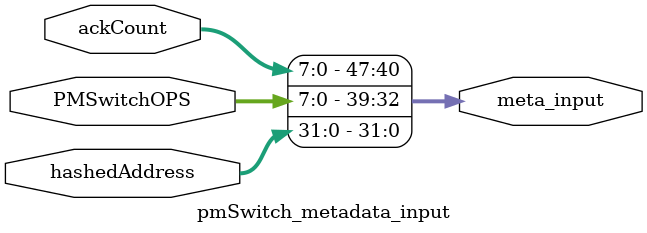
<source format=v>
`timescale 1ns / 1ps


module pmSwitch_metadata_input(
    input [31:0] hashedAddress,
    input [7:0] PMSwitchOPS,
    input [7:0] ackCount,
    output [47:0] meta_input
    );
assign meta_input = {ackCount, PMSwitchOPS, hashedAddress};
endmodule
</source>
